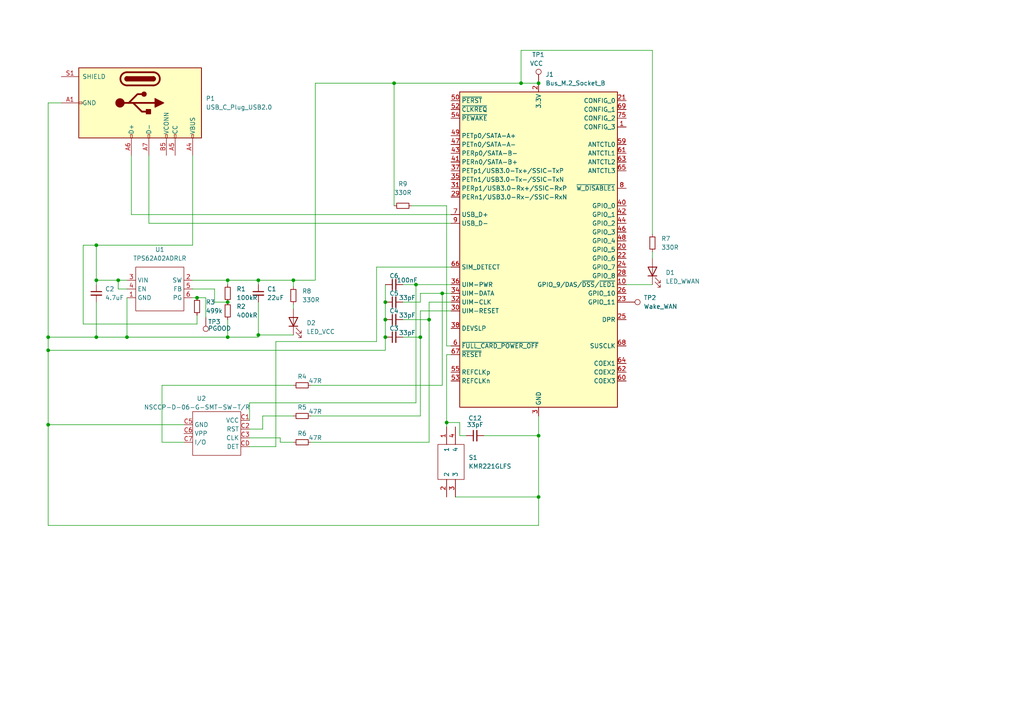
<source format=kicad_sch>
(kicad_sch (version 20230121) (generator eeschema)
  (paper "A4")
  (lib_symbols
    (symbol "Connector:Bus_M.2_Socket_B"
      (property "Reference" "J" (at -22.86 46.99 0))
      (property "Value" "Bus_M.2_Socket_B" (at 16.51 46.99 0))
      (symbol "Bus_M.2_Socket_B_0_1"
        (rectangle (start -22.86 45.72) (end 22.86 -45.72) (stroke (width 0.254)) (fill (type background)))
      )
      (symbol "Bus_M.2_Socket_B_1_1"
        (pin input line (at 25.4 35.56 180) (length 2.54) (name "CONFIG_3") (number "1"))
        (pin bidirectional line (at 25.4 -10.16 180) (length 2.54) (name "GPIO_9/DAS/~{DSS}/~{LED1}") (number "10"))
        (pin passive line (at 0 -48.26 90) (length 2.54) hide (name "GND") (number "11"))
        (pin power_in line (at 0 48.26 270) (length 2.54) (name "3.3V") (number "2"))
        (pin bidirectional line (at 25.4 0 180) (length 2.54) (name "GPIO_5") (number "20"))
        (pin input line (at 25.4 43.18 180) (length 2.54) (name "CONFIG_0") (number "21"))
        (pin bidirectional line (at 25.4 -2.54 180) (length 2.54) (name "GPIO_6") (number "22"))
        (pin bidirectional line (at 25.4 -15.24 180) (length 2.54) (name "GPIO_11") (number "23"))
        (pin bidirectional line (at 25.4 -5.08 180) (length 2.54) (name "GPIO_7") (number "24"))
        (pin output line (at 25.4 -20.32 180) (length 2.54) (name "DPR") (number "25"))
        (pin bidirectional line (at 25.4 -12.7 180) (length 2.54) (name "GPIO_10") (number "26"))
        (pin passive line (at 0 -48.26 90) (length 2.54) hide (name "GND") (number "27"))
        (pin bidirectional line (at 25.4 -7.62 180) (length 2.54) (name "GPIO_8") (number "28"))
        (pin input line (at -25.4 15.24 0) (length 2.54) (name "PERn1/USB3.0-Rx-/SSIC-RxN") (number "29"))
        (pin power_in line (at 0 -48.26 90) (length 2.54) (name "GND") (number "3"))
        (pin input line (at -25.4 -17.78 0) (length 2.54) (name "UIM-RESET") (number "30"))
        (pin input line (at -25.4 17.78 0) (length 2.54) (name "PERp1/USB3.0-Rx+/SSIC-RxP") (number "31"))
        (pin input line (at -25.4 -15.24 0) (length 2.54) (name "UIM-CLK") (number "32"))
        (pin passive line (at 0 -48.26 90) (length 2.54) hide (name "GND") (number "33"))
        (pin bidirectional line (at -25.4 -12.7 0) (length 2.54) (name "UIM-DATA") (number "34"))
        (pin output line (at -25.4 20.32 0) (length 2.54) (name "PETn1/USB3.0-Tx-/SSIC-TxN") (number "35"))
        (pin input line (at -25.4 -10.16 0) (length 2.54) (name "UIM-PWR") (number "36"))
        (pin output line (at -25.4 22.86 0) (length 2.54) (name "PETp1/USB3.0-Tx+/SSIC-TxP") (number "37"))
        (pin output line (at -25.4 -22.86 0) (length 2.54) (name "DEVSLP") (number "38"))
        (pin passive line (at 0 -48.26 90) (length 2.54) hide (name "GND") (number "39"))
        (pin passive line (at 0 48.26 270) (length 2.54) hide (name "3.3V") (number "4"))
        (pin bidirectional line (at 25.4 12.7 180) (length 2.54) (name "GPIO_0") (number "40"))
        (pin input line (at -25.4 25.4 0) (length 2.54) (name "PERn0/SATA-B+") (number "41"))
        (pin bidirectional line (at 25.4 10.16 180) (length 2.54) (name "GPIO_1") (number "42"))
        (pin input line (at -25.4 27.94 0) (length 2.54) (name "PERp0/SATA-B-") (number "43"))
        (pin bidirectional line (at 25.4 7.62 180) (length 2.54) (name "GPIO_2") (number "44"))
        (pin passive line (at 0 -48.26 90) (length 2.54) hide (name "GND") (number "45"))
        (pin bidirectional line (at 25.4 5.08 180) (length 2.54) (name "GPIO_3") (number "46"))
        (pin output line (at -25.4 30.48 0) (length 2.54) (name "PETn0/SATA-A-") (number "47"))
        (pin bidirectional line (at 25.4 2.54 180) (length 2.54) (name "GPIO_4") (number "48"))
        (pin output line (at -25.4 33.02 0) (length 2.54) (name "PETp0/SATA-A+") (number "49"))
        (pin passive line (at 0 -48.26 90) (length 2.54) hide (name "GND") (number "5"))
        (pin output line (at -25.4 43.18 0) (length 2.54) (name "~{PERST}") (number "50"))
        (pin passive line (at 0 -48.26 90) (length 2.54) hide (name "GND") (number "51"))
        (pin bidirectional line (at -25.4 40.64 0) (length 2.54) (name "~{CLKREQ}") (number "52"))
        (pin output line (at -25.4 -38.1 0) (length 2.54) (name "REFCLKn") (number "53"))
        (pin bidirectional line (at -25.4 38.1 0) (length 2.54) (name "~{PEWAKE}") (number "54"))
        (pin output line (at -25.4 -35.56 0) (length 2.54) (name "REFCLKp") (number "55"))
        (pin no_connect line (at 22.86 -43.18 180) (length 2.54) hide (name "NC") (number "56"))
        (pin passive line (at 0 -48.26 90) (length 2.54) hide (name "GND") (number "57"))
        (pin no_connect line (at 22.86 -40.64 180) (length 2.54) hide (name "NC") (number "58"))
        (pin input line (at 25.4 30.48 180) (length 2.54) (name "ANTCTL0") (number "59"))
        (pin output line (at -25.4 -27.94 0) (length 2.54) (name "~{FULL_CARD_POWER_OFF}") (number "6"))
        (pin bidirectional line (at 25.4 -38.1 180) (length 2.54) (name "COEX3") (number "60"))
        (pin input line (at 25.4 27.94 180) (length 2.54) (name "ANTCTL1") (number "61"))
        (pin bidirectional line (at 25.4 -35.56 180) (length 2.54) (name "COEX2") (number "62"))
        (pin input line (at 25.4 25.4 180) (length 2.54) (name "ANTCTL2") (number "63"))
        (pin bidirectional line (at 25.4 -33.02 180) (length 2.54) (name "COEX1") (number "64"))
        (pin input line (at 25.4 22.86 180) (length 2.54) (name "ANTCTL3") (number "65"))
        (pin output line (at -25.4 -5.08 0) (length 2.54) (name "SIM_DETECT") (number "66"))
        (pin output line (at -25.4 -30.48 0) (length 2.54) (name "~{RESET}") (number "67"))
        (pin output line (at 25.4 -27.94 180) (length 2.54) (name "SUSCLK") (number "68"))
        (pin input line (at 25.4 40.64 180) (length 2.54) (name "CONFIG_1") (number "69"))
        (pin bidirectional line (at -25.4 10.16 0) (length 2.54) (name "USB_D+") (number "7"))
        (pin passive line (at 0 48.26 270) (length 2.54) hide (name "3.3V") (number "70"))
        (pin passive line (at 0 -48.26 90) (length 2.54) hide (name "GND") (number "71"))
        (pin passive line (at 0 48.26 270) (length 2.54) hide (name "3.3V") (number "72"))
        (pin passive line (at 0 -48.26 90) (length 2.54) hide (name "GND") (number "73"))
        (pin passive line (at 0 48.26 270) (length 2.54) hide (name "3.3V") (number "74"))
        (pin input line (at 25.4 38.1 180) (length 2.54) (name "CONFIG_2") (number "75"))
        (pin output line (at 25.4 17.78 180) (length 2.54) (name "~{W_DISABLE1}") (number "8"))
        (pin bidirectional line (at -25.4 7.62 0) (length 2.54) (name "USB_D-") (number "9"))
      )
    )
    (symbol "Connector:TestPoint" (pin_numbers hide) (pin_names (offset 0.762) hide)
      (property "Reference" "TP" (at 0 6.858 0))
      (property "Value" "TestPoint" (at 0 5.08 0))
      (symbol "TestPoint_0_1"
        (circle (center 0 3.302) (radius 0.762))
      )
      (symbol "TestPoint_1_1"
        (pin passive line (at 0 0 90) (length 2.54) (name "1") (number "1"))
      )
    )
    (symbol "Connector:USB_C_Plug_USB2.0" (pin_names (offset 1.016))
      (property "Reference" "P" (at -10.16 19.05 0))
      (property "Value" "USB_C_Plug_USB2.0" (at 12.7 19.05 0))
      (symbol "USB_C_Plug_USB2.0_0_0"
        (rectangle (start -0.254 -17.78) (end 0.254 -16.764))
        (rectangle (start 10.16 -2.286) (end 9.144 -2.794))
        (rectangle (start 10.16 2.794) (end 9.144 2.286))
        (rectangle (start 10.16 7.874) (end 9.144 7.366))
        (rectangle (start 10.16 10.414) (end 9.144 9.906))
        (rectangle (start 10.16 15.494) (end 9.144 14.986))
      )
      (symbol "USB_C_Plug_USB2.0_0_1"
        (rectangle (start -10.16 17.78) (end 10.16 -17.78) (stroke (width 0.254)) (fill (type background)))
        (arc (start -8.89 -3.81) (mid -6.985 -5.7067) (end -5.08 -3.81) (stroke (width 0.508)))
        (arc (start -7.62 -3.81) (mid -6.985 -4.4423) (end -6.35 -3.81) (stroke (width 0.254)))
        (arc (start -7.62 -3.81) (mid -6.985 -4.4423) (end -6.35 -3.81) (stroke (width 0.254)) (fill (type outline)))
        (rectangle (start -7.62 -3.81) (end -6.35 3.81) (stroke (width 0.254)) (fill (type outline)))
        (arc (start -6.35 3.81) (mid -6.985 4.4423) (end -7.62 3.81) (stroke (width 0.254)))
        (arc (start -6.35 3.81) (mid -6.985 4.4423) (end -7.62 3.81) (stroke (width 0.254)) (fill (type outline)))
        (arc (start -5.08 3.81) (mid -6.985 5.7067) (end -8.89 3.81) (stroke (width 0.508)))
        (circle (center -2.54 1.143) (radius 0.635) (stroke (width 0.254)) (fill (type outline)))
        (circle (center 0 -5.842) (radius 1.27) (fill (type outline)))
        (polyline (pts (xy -8.89 -3.81) (xy -8.89 3.81)) (stroke (width 0.508)))
        (polyline (pts (xy -5.08 3.81) (xy -5.08 -3.81)) (stroke (width 0.508)))
        (polyline (pts (xy 0 -5.842) (xy 0 4.318)) (stroke (width 0.508)))
        (polyline (pts (xy 0 -3.302) (xy -2.54 -0.762) (xy -2.54 0.508)) (stroke (width 0.508)))
        (polyline (pts (xy 0 -2.032) (xy 2.54 0.508) (xy 2.54 1.778)) (stroke (width 0.508)))
        (polyline (pts (xy -1.27 4.318) (xy 0 6.858) (xy 1.27 4.318) (xy -1.27 4.318)) (stroke (width 0.254)) (fill (type outline)))
        (rectangle (start 1.905 1.778) (end 3.175 3.048) (stroke (width 0.254)) (fill (type outline)))
      )
      (symbol "USB_C_Plug_USB2.0_1_1"
        (pin passive line (at 0 -22.86 90) (length 5.08) (name "GND") (number "A1"))
        (pin passive line (at 0 -22.86 90) (length 5.08) hide (name "GND") (number "A12"))
        (pin passive line (at 15.24 15.24 180) (length 5.08) (name "VBUS") (number "A4"))
        (pin bidirectional line (at 15.24 10.16 180) (length 5.08) (name "CC") (number "A5"))
        (pin bidirectional line (at 15.24 -2.54 180) (length 5.08) (name "D+") (number "A6"))
        (pin bidirectional line (at 15.24 2.54 180) (length 5.08) (name "D-") (number "A7"))
        (pin passive line (at 15.24 15.24 180) (length 5.08) hide (name "VBUS") (number "A9"))
        (pin passive line (at 0 -22.86 90) (length 5.08) hide (name "GND") (number "B1"))
        (pin passive line (at 0 -22.86 90) (length 5.08) hide (name "GND") (number "B12"))
        (pin passive line (at 15.24 15.24 180) (length 5.08) hide (name "VBUS") (number "B4"))
        (pin bidirectional line (at 15.24 7.62 180) (length 5.08) (name "VCONN") (number "B5"))
        (pin passive line (at 15.24 15.24 180) (length 5.08) hide (name "VBUS") (number "B9"))
        (pin passive line (at -7.62 -22.86 90) (length 5.08) (name "SHIELD") (number "S1"))
      )
    )
    (symbol "Custom:KMR221GLFS" (pin_names (offset 0.762))
      (property "Reference" "S" (at 16.51 7.62 0))
      (property "Value" "KMR221GLFS" (at 16.51 5.08 0))
      (symbol "KMR221GLFS_0_0"
        (pin passive line (at 0 -2.54 0) (length 5.08) (name "1") (number "1"))
        (pin passive line (at 20.32 -2.54 180) (length 5.08) (name "2") (number "2"))
        (pin passive line (at 20.32 0 180) (length 5.08) (name "3") (number "3"))
        (pin passive line (at 0 0 0) (length 5.08) (name "4") (number "4"))
      )
      (symbol "KMR221GLFS_0_1"
        (polyline (pts (xy 5.08 2.54) (xy 15.24 2.54) (xy 15.24 -5.08) (xy 5.08 -5.08) (xy 5.08 2.54)) (stroke (width 0.1524)))
      )
    )
    (symbol "Device:C_Small" (pin_numbers hide) (pin_names (offset 0.254) hide)
      (property "Reference" "C" (at 0.254 1.778 0))
      (property "Value" "C_Small" (at 0.254 -2.032 0))
      (symbol "C_Small_0_1"
        (polyline (pts (xy -1.524 -0.508) (xy 1.524 -0.508)) (stroke (width 0.3302)))
        (polyline (pts (xy -1.524 0.508) (xy 1.524 0.508)) (stroke (width 0.3048)))
      )
      (symbol "C_Small_1_1"
        (pin passive line (at 0 2.54 270) (length 2.032) (name "~") (number "1"))
        (pin passive line (at 0 -2.54 90) (length 2.032) (name "~") (number "2"))
      )
    )
    (symbol "Device:LED" (pin_numbers hide) (pin_names (offset 1.016) hide)
      (property "Reference" "D" (at 0 2.54 0))
      (property "Value" "LED" (at 0 -2.54 0))
      (symbol "LED_0_1"
        (polyline (pts (xy -1.27 -1.27) (xy -1.27 1.27)) (stroke (width 0.254)))
        (polyline (pts (xy -1.27 0) (xy 1.27 0)))
        (polyline (pts (xy 1.27 -1.27) (xy 1.27 1.27) (xy -1.27 0) (xy 1.27 -1.27)) (stroke (width 0.254)))
        (polyline (pts (xy -3.048 -0.762) (xy -4.572 -2.286) (xy -3.81 -2.286) (xy -4.572 -2.286) (xy -4.572 -1.524)))
        (polyline (pts (xy -1.778 -0.762) (xy -3.302 -2.286) (xy -2.54 -2.286) (xy -3.302 -2.286) (xy -3.302 -1.524)))
      )
      (symbol "LED_1_1"
        (pin passive line (at -3.81 0 0) (length 2.54) (name "K") (number "1"))
        (pin passive line (at 3.81 0 180) (length 2.54) (name "A") (number "2"))
      )
    )
    (symbol "Device:R_Small" (pin_numbers hide) (pin_names (offset 0.254) hide)
      (property "Reference" "R" (at 0.762 0.508 0))
      (property "Value" "R_Small" (at 0.762 -1.016 0))
      (symbol "R_Small_0_1"
        (rectangle (start -0.762 1.778) (end 0.762 -1.778) (stroke (width 0.2032)))
      )
      (symbol "R_Small_1_1"
        (pin passive line (at 0 2.54 270) (length 0.762) (name "~") (number "1"))
        (pin passive line (at 0 -2.54 90) (length 0.762) (name "~") (number "2"))
      )
    )
    (symbol "Roamer_lib:NSCCP-D-06-G-SMT-SW-T{slash}R"
      (property "Reference" "U" (at 3.175 -5.08 0))
      (property "Value" "NSCCP-D-06-G-SMT-SW-T{slash}R" (at -15.24 -5.08 0))
      (symbol "NSCCP-D-06-G-SMT-SW-T{slash}R_0_1"
        (rectangle (start -13.335 -20.955) (end 0.635 -8.255))
      )
      (symbol "NSCCP-D-06-G-SMT-SW-T{slash}R_1_1"
        (pin power_in line (at 3.175 -10.795 180) (length 2.54) (name "VCC") (number "C1"))
        (pin input line (at 3.175 -13.335 180) (length 2.54) (name "RST") (number "C2"))
        (pin input line (at 3.175 -15.875 180) (length 2.54) (name "CLK") (number "C3"))
        (pin passive line (at -15.875 -12.065 0) (length 2.54) (name "GND") (number "C5"))
        (pin input line (at -15.875 -14.605 0) (length 2.54) (name "VPP") (number "C6"))
        (pin bidirectional line (at -15.875 -17.145 0) (length 2.54) (name "I/O") (number "C7"))
        (pin output line (at 3.175 -18.415 180) (length 2.54) (name "DET") (number "CD"))
      )
    )
    (symbol "Roamer_lib:TPS62A02ADRLR"
      (property "Reference" "U" (at -3.81 -0.635 0))
      (property "Value" "TPS62A02ADRLR" (at -14.605 -0.635 0))
      (symbol "TPS62A02ADRLR_0_1"
        (rectangle (start -16.51 -3.81) (end -2.54 -16.51))
      )
      (symbol "TPS62A02ADRLR_1_1"
        (pin passive line (at -19.05 -12.7 0) (length 2.54) (name "GND") (number "1"))
        (pin power_out line (at 0 -7.62 180) (length 2.54) (name "SW") (number "2"))
        (pin power_in line (at -19.05 -7.62 0) (length 2.54) (name "VIN") (number "3"))
        (pin input line (at -19.05 -10.16 0) (length 2.54) (name "EN") (number "4"))
        (pin input line (at 0 -10.16 180) (length 2.54) (name "FB") (number "5"))
        (pin output line (at 0 -12.7 180) (length 2.54) (name "PG") (number "6"))
      )
    )
  )
  (junction (at 121.92 97.79))
  (junction (at 13.97 101.6))
  (junction (at 13.97 97.79))
  (junction (at 111.76 92.71))
  (junction (at 156.21 24.13))
  (junction (at 66.04 81.28))
  (junction (at 27.94 71.12))
  (junction (at 156.21 126.365))
  (junction (at 66.04 97.79))
  (junction (at 74.93 97.155))
  (junction (at 66.04 87.63))
  (junction (at 36.83 97.79))
  (junction (at 129.54 122.555))
  (junction (at 128.27 85.09))
  (junction (at 85.09 81.28))
  (junction (at 13.97 123.19))
  (junction (at 124.46 92.71))
  (junction (at 151.13 24.13))
  (junction (at 27.94 97.79))
  (junction (at 74.93 81.28))
  (junction (at 156.21 144.145))
  (junction (at 34.29 81.28))
  (junction (at 111.76 97.79))
  (junction (at 114.3 24.13))
  (junction (at 120.65 82.55))
  (junction (at 57.15 86.36))
  (junction (at 111.76 87.63))
  (junction (at 27.94 81.28))
  (wire (pts (xy 72.39 129.54) (xy 80.01 129.54)))
  (wire (pts (xy 121.92 97.79) (xy 121.92 120.65)))
  (wire (pts (xy 114.3 24.13) (xy 114.3 59.69)))
  (wire (pts (xy 46.99 111.76) (xy 46.99 128.27)))
  (wire (pts (xy 36.83 83.82) (xy 34.29 83.82)))
  (wire (pts (xy 57.15 93.98) (xy 57.15 91.44)))
  (wire (pts (xy 90.17 128.27) (xy 124.46 128.27)))
  (wire (pts (xy 34.29 81.28) (xy 36.83 81.28)))
  (wire (pts (xy 111.76 82.55) (xy 111.76 87.63)))
  (wire (pts (xy 85.09 128.27) (xy 81.28 128.27)))
  (wire (pts (xy 66.04 97.79) (xy 74.93 97.79)))
  (wire (pts (xy 81.28 127) (xy 72.39 127)))
  (wire (pts (xy 38.1 62.23) (xy 38.1 45.085)))
  (wire (pts (xy 120.65 82.55) (xy 120.65 116.84)))
  (wire (pts (xy 74.93 97.155) (xy 74.93 97.79)))
  (wire (pts (xy 13.97 123.19) (xy 53.34 123.19)))
  (wire (pts (xy 129.54 100.33) (xy 130.81 100.33)))
  (wire (pts (xy 120.65 82.55) (xy 130.81 82.55)))
  (wire (pts (xy 57.15 86.36) (xy 59.69 86.36)))
  (wire (pts (xy 27.94 71.12) (xy 27.94 81.28)))
  (wire (pts (xy 81.28 128.27) (xy 81.28 127)))
  (wire (pts (xy 181.61 82.55) (xy 189.23 82.55)))
  (wire (pts (xy 156.21 126.365) (xy 156.21 144.145)))
  (wire (pts (xy 130.81 102.87) (xy 129.54 102.87)))
  (wire (pts (xy 121.92 85.09) (xy 128.27 85.09)))
  (wire (pts (xy 34.29 83.82) (xy 34.29 81.28)))
  (wire (pts (xy 111.76 87.63) (xy 111.76 92.71)))
  (wire (pts (xy 90.17 111.76) (xy 128.27 111.76)))
  (wire (pts (xy 124.46 92.71) (xy 124.46 128.27)))
  (wire (pts (xy 111.76 92.71) (xy 111.76 97.79)))
  (wire (pts (xy 116.84 92.71) (xy 124.46 92.71)))
  (wire (pts (xy 46.99 111.76) (xy 85.09 111.76)))
  (wire (pts (xy 13.97 29.845) (xy 13.97 97.79)))
  (wire (pts (xy 128.27 85.09) (xy 130.81 85.09)))
  (wire (pts (xy 74.93 87.63) (xy 74.93 97.155)))
  (wire (pts (xy 116.84 87.63) (xy 121.92 87.63)))
  (wire (pts (xy 27.94 97.79) (xy 36.83 97.79)))
  (wire (pts (xy 85.09 81.28) (xy 91.44 81.28)))
  (wire (pts (xy 85.09 88.265) (xy 85.09 89.535)))
  (wire (pts (xy 129.54 122.555) (xy 133.35 122.555)))
  (wire (pts (xy 151.13 24.13) (xy 114.3 24.13)))
  (wire (pts (xy 72.39 116.84) (xy 120.65 116.84)))
  (wire (pts (xy 116.84 82.55) (xy 120.65 82.55)))
  (wire (pts (xy 43.18 64.77) (xy 43.18 45.085)))
  (wire (pts (xy 43.18 64.77) (xy 130.81 64.77)))
  (wire (pts (xy 91.44 24.13) (xy 91.44 81.28)))
  (wire (pts (xy 130.81 87.63) (xy 124.46 87.63)))
  (wire (pts (xy 140.335 126.365) (xy 156.21 126.365)))
  (wire (pts (xy 85.09 81.28) (xy 85.09 83.185)))
  (wire (pts (xy 55.88 71.12) (xy 27.94 71.12)))
  (wire (pts (xy 59.69 86.36) (xy 59.69 92.075)))
  (wire (pts (xy 119.38 59.69) (xy 129.54 59.69)))
  (wire (pts (xy 128.27 111.76) (xy 128.27 85.09)))
  (wire (pts (xy 13.97 101.6) (xy 13.97 123.19)))
  (wire (pts (xy 27.94 87.63) (xy 27.94 97.79)))
  (wire (pts (xy 13.97 123.19) (xy 13.97 152.4)))
  (wire (pts (xy 55.88 45.085) (xy 55.88 71.12)))
  (wire (pts (xy 72.39 116.84) (xy 72.39 121.92)))
  (wire (pts (xy 80.01 99.06) (xy 109.22 99.06)))
  (wire (pts (xy 24.13 71.12) (xy 27.94 71.12)))
  (wire (pts (xy 24.13 93.98) (xy 57.15 93.98)))
  (wire (pts (xy 66.04 81.28) (xy 66.04 82.55)))
  (wire (pts (xy 189.23 67.945) (xy 189.23 14.605)))
  (wire (pts (xy 24.13 71.12) (xy 24.13 93.98)))
  (wire (pts (xy 36.83 86.36) (xy 36.83 97.79)))
  (wire (pts (xy 13.97 101.6) (xy 111.76 101.6)))
  (wire (pts (xy 121.92 120.65) (xy 90.17 120.65)))
  (wire (pts (xy 38.1 62.23) (xy 130.81 62.23)))
  (wire (pts (xy 13.97 29.845) (xy 17.78 29.845)))
  (wire (pts (xy 27.94 81.28) (xy 34.29 81.28)))
  (wire (pts (xy 151.13 14.605) (xy 151.13 24.13)))
  (wire (pts (xy 124.46 87.63) (xy 124.46 92.71)))
  (wire (pts (xy 189.23 73.025) (xy 189.23 74.93)))
  (wire (pts (xy 111.76 97.79) (xy 111.76 101.6)))
  (wire (pts (xy 133.35 122.555) (xy 133.35 126.365)))
  (wire (pts (xy 76.2 124.46) (xy 72.39 124.46)))
  (wire (pts (xy 109.22 99.06) (xy 109.22 77.47)))
  (wire (pts (xy 129.54 59.69) (xy 129.54 100.33)))
  (wire (pts (xy 27.94 81.28) (xy 27.94 82.55)))
  (wire (pts (xy 156.21 126.365) (xy 156.21 120.65)))
  (wire (pts (xy 156.21 24.13) (xy 151.13 24.13)))
  (wire (pts (xy 66.04 81.28) (xy 74.93 81.28)))
  (wire (pts (xy 129.54 122.555) (xy 129.54 123.825)))
  (wire (pts (xy 13.97 97.79) (xy 27.94 97.79)))
  (wire (pts (xy 80.01 129.54) (xy 80.01 99.06)))
  (wire (pts (xy 109.22 77.47) (xy 130.81 77.47)))
  (wire (pts (xy 74.93 81.28) (xy 74.93 82.55)))
  (wire (pts (xy 156.21 144.145) (xy 156.21 152.4)))
  (wire (pts (xy 121.92 87.63) (xy 121.92 85.09)))
  (wire (pts (xy 121.92 90.17) (xy 130.81 90.17)))
  (wire (pts (xy 189.23 14.605) (xy 151.13 14.605)))
  (wire (pts (xy 55.88 86.36) (xy 57.15 86.36)))
  (wire (pts (xy 62.23 83.82) (xy 62.23 87.63)))
  (wire (pts (xy 36.83 97.79) (xy 66.04 97.79)))
  (wire (pts (xy 13.97 152.4) (xy 156.21 152.4)))
  (wire (pts (xy 114.3 24.13) (xy 91.44 24.13)))
  (wire (pts (xy 85.09 120.65) (xy 76.2 120.65)))
  (wire (pts (xy 121.92 90.17) (xy 121.92 97.79)))
  (wire (pts (xy 85.09 97.155) (xy 74.93 97.155)))
  (wire (pts (xy 132.08 144.145) (xy 156.21 144.145)))
  (wire (pts (xy 55.88 81.28) (xy 66.04 81.28)))
  (wire (pts (xy 74.93 81.28) (xy 85.09 81.28)))
  (wire (pts (xy 55.88 83.82) (xy 62.23 83.82)))
  (wire (pts (xy 129.54 102.87) (xy 129.54 122.555)))
  (wire (pts (xy 116.84 97.79) (xy 121.92 97.79)))
  (wire (pts (xy 76.2 120.65) (xy 76.2 124.46)))
  (wire (pts (xy 46.99 128.27) (xy 53.34 128.27)))
  (wire (pts (xy 66.04 92.71) (xy 66.04 97.79)))
  (wire (pts (xy 62.23 87.63) (xy 66.04 87.63)))
  (wire (pts (xy 133.35 126.365) (xy 135.255 126.365)))
  (wire (pts (xy 13.97 97.79) (xy 13.97 101.6)))
  (symbol (lib_id "Device:R_Small") (at 116.84 59.69 90) (unit 1)
    (property "Reference" "R9" (at 116.84 53.34 90))
    (property "Value" "330R" (at 116.84 55.88 90))
    (property "Footprint" "Resistor_SMD:R_0603_1608Metric_Pad0.98x0.95mm_HandSolder" (effects hide))
  )
  (symbol (lib_id "Connector:USB_C_Plug_USB2.0") (at 40.64 29.845 270) (unit 1)
    (property "Reference" "P1" (at 59.69 28.5749 90) (effects (justify left)))
    (property "Value" "USB_C_Plug_USB2.0" (at 59.69 31.1149 90) (effects (justify left)))
    (property "Footprint" "Connector_USB:USB_C_Plug_Molex_105444" (effects hide))
    (property "Datasheet" "https://www.usb.org/sites/default/files/documents/usb_type-c.zip" (effects hide))
  )
  (symbol (lib_id "Device:R_Small") (at 87.63 128.27 90) (unit 1)
    (property "Reference" "R6" (at 87.63 125.73 90))
    (property "Value" "47R" (at 91.44 127 90))
    (property "Footprint" "Resistor_SMD:R_1206_3216Metric_Pad1.30x1.75mm_HandSolder" (effects hide))
  )
  (symbol (lib_id "Connector:TestPoint") (at 59.69 92.075 180) (unit 1)
    (property "Reference" "TP3" (at 60.325 93.345 0) (effects (justify right)))
    (property "Value" "PGOOD" (at 60.325 95.25 0) (effects (justify right)))
    (property "Footprint" "TestPoint:TestPoint_Pad_1.0x1.0mm" (effects hide))
  )
  (symbol (lib_id "Device:C_Small") (at 137.795 126.365 90) (unit 1)
    (property "Reference" "C12" (at 137.795 121.285 90))
    (property "Value" "33pF" (at 137.795 123.19 90))
    (property "Footprint" "Capacitor_SMD:C_0603_1608Metric_Pad1.08x0.95mm_HandSolder" (effects hide))
  )
  (symbol (lib_id "Device:C_Small") (at 114.3 82.55 90) (unit 1)
    (property "Reference" "C6" (at 114.3 80.01 90))
    (property "Value" "100nF" (at 118.11 81.28 90))
    (property "Footprint" "Capacitor_SMD:C_0603_1608Metric_Pad1.08x0.95mm_HandSolder" (effects hide))
  )
  (symbol (lib_id "Device:R_Small") (at 66.04 90.17 0) (unit 1)
    (property "Reference" "R2" (at 68.58 88.8999 0) (effects (justify left)))
    (property "Value" "400kR" (at 68.58 91.4399 0) (effects (justify left)))
    (property "Footprint" "Resistor_SMD:R_0805_2012Metric_Pad1.20x1.40mm_HandSolder" (effects hide))
  )
  (symbol (lib_id "Roamer_lib:NSCCP-D-06-G-SMT-SW-T{slash}R") (at 69.215 111.125 0) (unit 1)
    (property "Reference" "U2" (at 58.42 115.57 0))
    (property "Value" "NSCCP-D-06-G-SMT-SW-T/R" (at 57.15 118.11 0))
    (property "Footprint" "NSCCP-D-06-G-SMT-SW-T:NSCCP-D-06-G-SMT-SW-T&slash_R" (effects hide))
    (property "Datasheet" "https://www.digikey.co.uk/en/products/detail/adam-tech/NSCCP-D-06-G-SMT-SW-T-R/11689348" (effects hide))
  )
  (symbol (lib_id "Device:C_Small") (at 27.94 85.09 0) (unit 1)
    (property "Reference" "C2" (at 30.48 83.8262 0) (effects (justify left)))
    (property "Value" "4.7uF" (at 30.48 86.3662 0) (effects (justify left)))
    (property "Footprint" "Capacitor_SMD:C_0603_1608Metric_Pad1.08x0.95mm_HandSolder" (effects hide))
  )
  (symbol (lib_id "Device:R_Small") (at 189.23 70.485 0) (unit 1)
    (property "Reference" "R7" (at 191.77 69.2149 0) (effects (justify left)))
    (property "Value" "330R" (at 191.77 71.7549 0) (effects (justify left)))
    (property "Footprint" "Resistor_SMD:R_0603_1608Metric_Pad0.98x0.95mm_HandSolder" (effects hide))
  )
  (symbol (lib_id "Device:C_Small") (at 114.3 87.63 90) (unit 1)
    (property "Reference" "C5" (at 114.3 85.09 90))
    (property "Value" "33pF" (at 118.11 86.36 90))
    (property "Footprint" "Capacitor_SMD:C_0603_1608Metric_Pad1.08x0.95mm_HandSolder" (effects hide))
  )
  (symbol (lib_id "Device:R_Small") (at 87.63 111.76 90) (unit 1)
    (property "Reference" "R4" (at 87.63 109.22 90))
    (property "Value" "47R" (at 91.44 110.49 90))
    (property "Footprint" "Resistor_SMD:R_1206_3216Metric_Pad1.30x1.75mm_HandSolder" (effects hide))
  )
  (symbol (lib_id "Device:LED") (at 189.23 78.74 90) (unit 1)
    (property "Reference" "D1" (at 193.04 79.0574 90) (effects (justify right)))
    (property "Value" "LED_WWAN" (at 193.04 81.5974 90) (effects (justify right)))
    (property "Footprint" "Diode_SMD:D_0402_1005Metric_Pad0.77x0.64mm_HandSolder" (effects hide))
  )
  (symbol (lib_id "Device:C_Small") (at 74.93 85.09 0) (unit 1)
    (property "Reference" "C1" (at 77.47 83.8262 0) (effects (justify left)))
    (property "Value" "22uF" (at 77.47 86.3662 0) (effects (justify left)))
    (property "Footprint" "Capacitor_SMD:C_0603_1608Metric_Pad1.08x0.95mm_HandSolder" (effects hide))
  )
  (symbol (lib_id "Connector:TestPoint") (at 181.61 87.63 270) (unit 1)
    (property "Reference" "TP2" (at 186.69 86.3599 90) (effects (justify left)))
    (property "Value" "Wake_WAN" (at 186.69 88.8999 90) (effects (justify left)))
    (property "Footprint" "TestPoint:TestPoint_Pad_1.0x1.0mm" (effects hide))
  )
  (symbol (lib_id "Connector:TestPoint") (at 156.21 24.13 0) (unit 1)
    (property "Reference" "TP1" (at 154.305 15.875 0) (effects (justify left)))
    (property "Value" "VCC" (at 153.67 18.415 0) (effects (justify left)))
    (property "Footprint" "TestPoint:TestPoint_Pad_1.0x1.0mm" (effects hide))
  )
  (symbol (lib_id "Device:R_Small") (at 87.63 120.65 90) (unit 1)
    (property "Reference" "R5" (at 87.63 118.11 90))
    (property "Value" "47R" (at 91.44 119.38 90))
    (property "Footprint" "Resistor_SMD:R_1206_3216Metric_Pad1.30x1.75mm_HandSolder" (effects hide))
  )
  (symbol (lib_id "Roamer_lib:TPS62A02ADRLR") (at 55.88 73.66 0) (unit 1)
    (property "Reference" "U1" (at 46.355 72.39 0))
    (property "Value" "TPS62A02ADRLR" (at 46.355 74.93 0))
    (property "Footprint" "TPS:SOTFL50P160X60-6N" (effects hide))
    (property "Datasheet" "https://www.ti.com/lit/ds/symlink/tps62a01a.pdf" (effects hide))
  )
  (symbol (lib_id "Device:R_Small") (at 66.04 85.09 0) (unit 1)
    (property "Reference" "R1" (at 68.58 83.8199 0) (effects (justify left)))
    (property "Value" "100kR" (at 68.58 86.3599 0) (effects (justify left)))
    (property "Footprint" "Resistor_SMD:R_0805_2012Metric_Pad1.20x1.40mm_HandSolder" (effects hide))
  )
  (symbol (lib_id "Connector:Bus_M.2_Socket_B") (at 156.21 72.39 0) (unit 1)
    (property "Reference" "J1" (at 158.2294 21.59 0) (effects (justify left)))
    (property "Value" "Bus_M.2_Socket_B" (at 158.2294 24.13 0) (effects (justify left)))
    (property "Footprint" "NGFF:21991194" (effects hide))
    (property "Datasheet" "http://read.pudn.com/downloads794/doc/project/3133918/PCIe_M.2_Electromechanical_Spec_Rev1.0_Final_11012013_RS_Clean.pdf#page=154" (effects hide))
  )
  (symbol (lib_id "Device:R_Small") (at 57.15 88.9 0) (unit 1)
    (property "Reference" "R3" (at 59.69 87.6299 0) (effects (justify left)))
    (property "Value" "499k" (at 59.69 90.1699 0) (effects (justify left)))
    (property "Footprint" "Resistor_SMD:R_0805_2012Metric_Pad1.20x1.40mm_HandSolder" (effects hide))
  )
  (symbol (lib_id "Device:C_Small") (at 114.3 97.79 90) (unit 1)
    (property "Reference" "C3" (at 114.3 95.25 90))
    (property "Value" "33pF" (at 118.11 96.52 90))
    (property "Footprint" "Capacitor_SMD:C_0603_1608Metric_Pad1.08x0.95mm_HandSolder" (effects hide))
  )
  (symbol (lib_id "Custom:KMR221GLFS") (at 132.08 123.825 270) (unit 1)
    (property "Reference" "S1" (at 135.89 132.7149 90) (effects (justify left)))
    (property "Value" "KMR221GLFS" (at 135.89 135.2549 90) (effects (justify left)))
    (property "Footprint" "KMR:KMR2_1" (effects hide))
    (property "Datasheet" "https://www.ckswitches.com/media/1479/kmr2.pdf" (effects hide))
    (property "Description" "KMR221GLFS (Tactile Switches)" (effects hide))
    (property "Mouser Part Number" "611-KMR221G-LFS" (effects hide))
    (property "Mouser Price/Stock" "https://www.mouser.co.uk/ProductDetail/CK/KMR221GLFS?qs=sb%252But3Lm4x2RtkMQYdEYMA%3D%3D" (effects hide))
    (property "Manufacturer_Name" "C & K COMPONENTS" (effects hide))
    (property "Manufacturer_Part_Number" "KMR221GLFS" (effects hide))
  )
  (symbol (lib_id "Device:LED") (at 85.09 93.345 90) (unit 1)
    (property "Reference" "D2" (at 88.9 93.6624 90) (effects (justify right)))
    (property "Value" "LED_VCC" (at 88.9 96.2024 90) (effects (justify right)))
    (property "Footprint" "Diode_SMD:D_0402_1005Metric_Pad0.77x0.64mm_HandSolder" (effects hide))
  )
  (symbol (lib_id "Device:C_Small") (at 114.3 92.71 90) (unit 1)
    (property "Reference" "C4" (at 114.3 90.17 90))
    (property "Value" "33pF" (at 118.11 91.44 90))
    (property "Footprint" "Capacitor_SMD:C_0603_1608Metric_Pad1.08x0.95mm_HandSolder" (effects hide))
  )
  (symbol (lib_id "Device:R_Small") (at 85.09 85.725 0) (unit 1)
    (property "Reference" "R8" (at 87.63 84.4549 0) (effects (justify left)))
    (property "Value" "330R" (at 87.63 86.9949 0) (effects (justify left)))
    (property "Footprint" "Resistor_SMD:R_0603_1608Metric_Pad0.98x0.95mm_HandSolder" (effects hide))
  )
)
</source>
